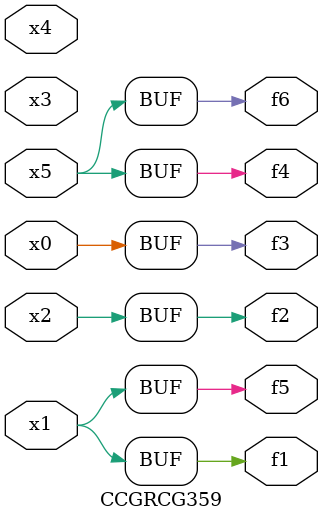
<source format=v>
module CCGRCG359(
	input x0, x1, x2, x3, x4, x5,
	output f1, f2, f3, f4, f5, f6
);
	assign f1 = x1;
	assign f2 = x2;
	assign f3 = x0;
	assign f4 = x5;
	assign f5 = x1;
	assign f6 = x5;
endmodule

</source>
